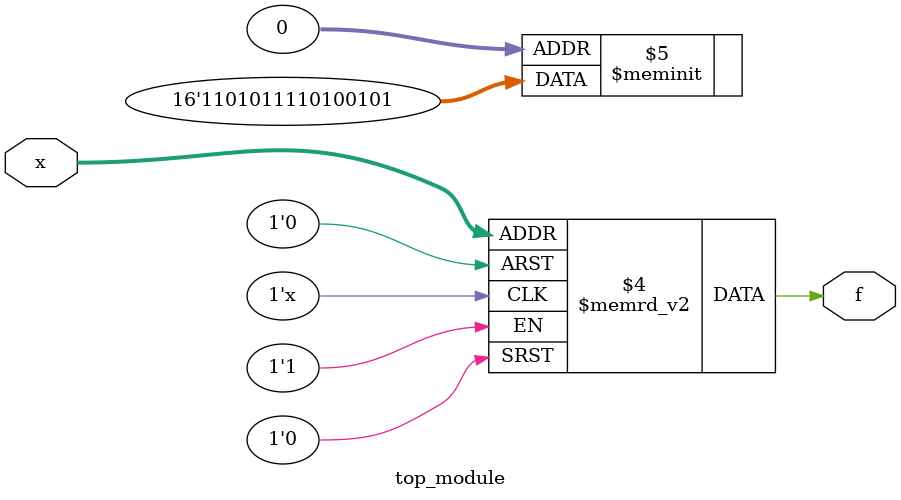
<source format=sv>
module top_module (
    input [4:1] x,
    output logic f
);

    always_comb begin
        case (x)
            4'b0000, // d (don't-care, but choosing 1 for convenience)
            4'b0010, // d (don't-care, but choosing 1 for convenience)
            4'b1000, // d (don't-care, but choosing 1 for convenience)
            4'b1010, // d (don't-care, but choosing 1 for convenience)
            4'b1110: // d (don't-care, but choosing 1 for convenience)
                f = 1'b1;

            4'b0001:
                f = 1'b0;

            4'b0011:
                f = 1'b0;

            4'b0100:
                f = 1'b0;

            4'b0101: // d (don't-care, but choosing 1 for convenience)
                f = 1'b1;

            4'b0110:
                f = 1'b0;

            4'b0111:
                f = 1'b1;

            4'b1001:
                f = 1'b1;

            4'b1011:
                f = 1'b0;

            4'b1100:
                f = 1'b1;

            4'b1101:
                f = 1'b0;

            4'b1111:
                f = 1'b1;

            default:
                f = 1'bx; // undefined
        endcase
    end

endmodule

</source>
